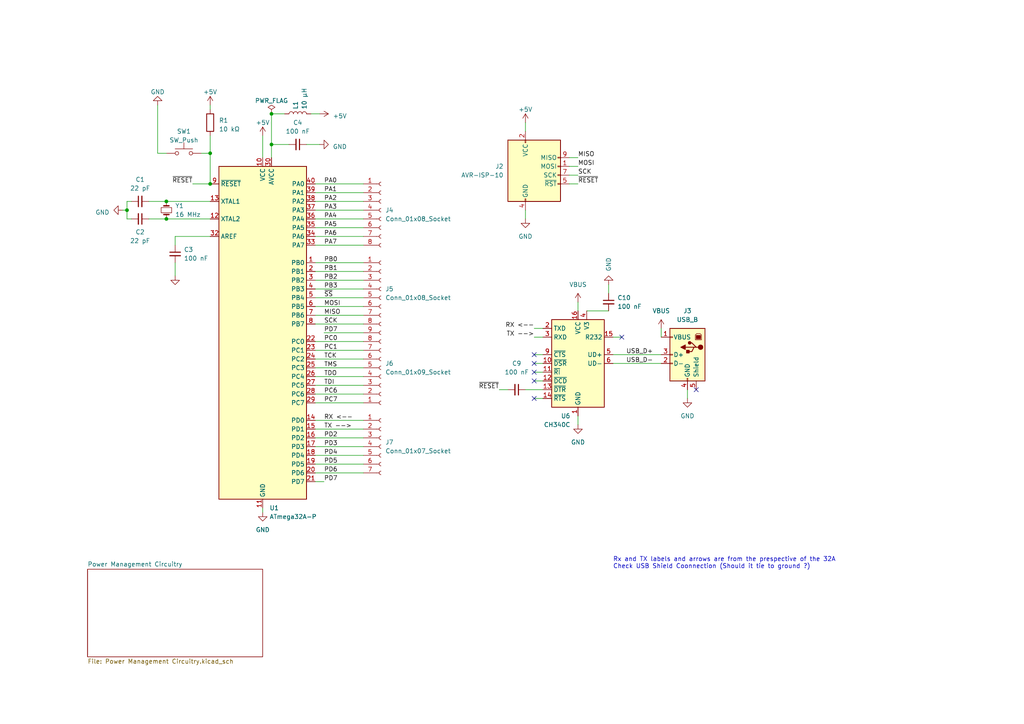
<source format=kicad_sch>
(kicad_sch (version 20230121) (generator eeschema)
  (paper "A4")
  (title_block (title "ATMEGA32A AVR Kit") (date "2023-10-28") (rev "C1") (company "Team Exotic") (comment 1 "Author: Morad Tamer"))
  (lib_symbols
    (symbol "Connector:AVR-ISP-10" (pin_names (offset 1.016))
      (property "Reference" "J" (at -6.35 11.43 0))
      (property "Value" "AVR-ISP-10" (at 0 11.43 0))
      (symbol "AVR-ISP-10_0_1"
        (rectangle (start -2.667 -6.858) (end -2.413 -7.62))
        (rectangle (start -2.667 10.16) (end -2.413 9.398))
        (rectangle (start 7.62 -2.413) (end 6.858 -2.667))
        (rectangle (start 7.62 0.127) (end 6.858 -0.127))
        (rectangle (start 7.62 2.667) (end 6.858 2.413))
        (rectangle (start 7.62 5.207) (end 6.858 4.953))
        (rectangle (start 7.62 10.16) (end -7.62 -7.62) (stroke (width 0.254)) (fill (type background)))
      )
      (symbol "AVR-ISP-10_1_1"
        (pin passive line (at 10.16 2.54 180) (length 2.54) (name "MOSI") (number "1"))
        (pin passive line (at -2.54 -10.16 90) (length 2.54) hide (name "GND") (number "10"))
        (pin passive line (at -2.54 12.7 270) (length 2.54) (name "VCC") (number "2"))
        (pin no_connect line (at 7.62 -5.08 180) (length 2.54) hide (name "NC") (number "3"))
        (pin passive line (at -2.54 -10.16 90) (length 2.54) (name "GND") (number "4"))
        (pin passive line (at 10.16 -2.54 180) (length 2.54) (name "~{RST}") (number "5"))
        (pin passive line (at -2.54 -10.16 90) (length 2.54) hide (name "GND") (number "6"))
        (pin passive line (at 10.16 0 180) (length 2.54) (name "SCK") (number "7"))
        (pin passive line (at -2.54 -10.16 90) (length 2.54) hide (name "GND") (number "8"))
        (pin passive line (at 10.16 5.08 180) (length 2.54) (name "MISO") (number "9"))
      )
    )
    (symbol "Connector:Conn_01x07_Socket" (pin_names (offset 1.016) hide)
      (property "Reference" "J" (at 0 10.16 0))
      (property "Value" "Conn_01x07_Socket" (at 0 -10.16 0))
      (symbol "Conn_01x07_Socket_1_1"
        (arc (start 0 -7.112) (mid -0.5058 -7.62) (end 0 -8.128) (stroke (width 0.1524)))
        (arc (start 0 -4.572) (mid -0.5058 -5.08) (end 0 -5.588) (stroke (width 0.1524)))
        (arc (start 0 -2.032) (mid -0.5058 -2.54) (end 0 -3.048) (stroke (width 0.1524)))
        (polyline (pts (xy -1.27 -7.62) (xy -0.508 -7.62)) (stroke (width 0.1524)))
        (polyline (pts (xy -1.27 -5.08) (xy -0.508 -5.08)) (stroke (width 0.1524)))
        (polyline (pts (xy -1.27 -2.54) (xy -0.508 -2.54)) (stroke (width 0.1524)))
        (polyline (pts (xy -1.27 0) (xy -0.508 0)) (stroke (width 0.1524)))
        (polyline (pts (xy -1.27 2.54) (xy -0.508 2.54)) (stroke (width 0.1524)))
        (polyline (pts (xy -1.27 5.08) (xy -0.508 5.08)) (stroke (width 0.1524)))
        (polyline (pts (xy -1.27 7.62) (xy -0.508 7.62)) (stroke (width 0.1524)))
        (arc (start 0 0.508) (mid -0.5058 0) (end 0 -0.508) (stroke (width 0.1524)))
        (arc (start 0 3.048) (mid -0.5058 2.54) (end 0 2.032) (stroke (width 0.1524)))
        (arc (start 0 5.588) (mid -0.5058 5.08) (end 0 4.572) (stroke (width 0.1524)))
        (arc (start 0 8.128) (mid -0.5058 7.62) (end 0 7.112) (stroke (width 0.1524)))
        (pin passive line (at -5.08 7.62 0) (length 3.81) (name "Pin_1") (number "1"))
        (pin passive line (at -5.08 5.08 0) (length 3.81) (name "Pin_2") (number "2"))
        (pin passive line (at -5.08 2.54 0) (length 3.81) (name "Pin_3") (number "3"))
        (pin passive line (at -5.08 0 0) (length 3.81) (name "Pin_4") (number "4"))
        (pin passive line (at -5.08 -2.54 0) (length 3.81) (name "Pin_5") (number "5"))
        (pin passive line (at -5.08 -5.08 0) (length 3.81) (name "Pin_6") (number "6"))
        (pin passive line (at -5.08 -7.62 0) (length 3.81) (name "Pin_7") (number "7"))
      )
    )
    (symbol "Connector:Conn_01x08_Socket" (pin_names (offset 1.016) hide)
      (property "Reference" "J" (at 0 10.16 0))
      (property "Value" "Conn_01x08_Socket" (at 0 -12.7 0))
      (symbol "Conn_01x08_Socket_1_1"
        (arc (start 0 -9.652) (mid -0.5058 -10.16) (end 0 -10.668) (stroke (width 0.1524)))
        (arc (start 0 -7.112) (mid -0.5058 -7.62) (end 0 -8.128) (stroke (width 0.1524)))
        (arc (start 0 -4.572) (mid -0.5058 -5.08) (end 0 -5.588) (stroke (width 0.1524)))
        (arc (start 0 -2.032) (mid -0.5058 -2.54) (end 0 -3.048) (stroke (width 0.1524)))
        (polyline (pts (xy -1.27 -10.16) (xy -0.508 -10.16)) (stroke (width 0.1524)))
        (polyline (pts (xy -1.27 -7.62) (xy -0.508 -7.62)) (stroke (width 0.1524)))
        (polyline (pts (xy -1.27 -5.08) (xy -0.508 -5.08)) (stroke (width 0.1524)))
        (polyline (pts (xy -1.27 -2.54) (xy -0.508 -2.54)) (stroke (width 0.1524)))
        (polyline (pts (xy -1.27 0) (xy -0.508 0)) (stroke (width 0.1524)))
        (polyline (pts (xy -1.27 2.54) (xy -0.508 2.54)) (stroke (width 0.1524)))
        (polyline (pts (xy -1.27 5.08) (xy -0.508 5.08)) (stroke (width 0.1524)))
        (polyline (pts (xy -1.27 7.62) (xy -0.508 7.62)) (stroke (width 0.1524)))
        (arc (start 0 0.508) (mid -0.5058 0) (end 0 -0.508) (stroke (width 0.1524)))
        (arc (start 0 3.048) (mid -0.5058 2.54) (end 0 2.032) (stroke (width 0.1524)))
        (arc (start 0 5.588) (mid -0.5058 5.08) (end 0 4.572) (stroke (width 0.1524)))
        (arc (start 0 8.128) (mid -0.5058 7.62) (end 0 7.112) (stroke (width 0.1524)))
        (pin passive line (at -5.08 7.62 0) (length 3.81) (name "Pin_1") (number "1"))
        (pin passive line (at -5.08 5.08 0) (length 3.81) (name "Pin_2") (number "2"))
        (pin passive line (at -5.08 2.54 0) (length 3.81) (name "Pin_3") (number "3"))
        (pin passive line (at -5.08 0 0) (length 3.81) (name "Pin_4") (number "4"))
        (pin passive line (at -5.08 -2.54 0) (length 3.81) (name "Pin_5") (number "5"))
        (pin passive line (at -5.08 -5.08 0) (length 3.81) (name "Pin_6") (number "6"))
        (pin passive line (at -5.08 -7.62 0) (length 3.81) (name "Pin_7") (number "7"))
        (pin passive line (at -5.08 -10.16 0) (length 3.81) (name "Pin_8") (number "8"))
      )
    )
    (symbol "Connector:Conn_01x09_Socket" (pin_names (offset 1.016) hide)
      (property "Reference" "J" (at 0 12.7 0))
      (property "Value" "Conn_01x09_Socket" (at 0 -12.7 0))
      (symbol "Conn_01x09_Socket_1_1"
        (arc (start 0 -9.652) (mid -0.5058 -10.16) (end 0 -10.668) (stroke (width 0.1524)))
        (arc (start 0 -7.112) (mid -0.5058 -7.62) (end 0 -8.128) (stroke (width 0.1524)))
        (arc (start 0 -4.572) (mid -0.5058 -5.08) (end 0 -5.588) (stroke (width 0.1524)))
        (arc (start 0 -2.032) (mid -0.5058 -2.54) (end 0 -3.048) (stroke (width 0.1524)))
        (polyline (pts (xy -1.27 -10.16) (xy -0.508 -10.16)) (stroke (width 0.1524)))
        (polyline (pts (xy -1.27 -7.62) (xy -0.508 -7.62)) (stroke (width 0.1524)))
        (polyline (pts (xy -1.27 -5.08) (xy -0.508 -5.08)) (stroke (width 0.1524)))
        (polyline (pts (xy -1.27 -2.54) (xy -0.508 -2.54)) (stroke (width 0.1524)))
        (polyline (pts (xy -1.27 0) (xy -0.508 0)) (stroke (width 0.1524)))
        (polyline (pts (xy -1.27 2.54) (xy -0.508 2.54)) (stroke (width 0.1524)))
        (polyline (pts (xy -1.27 5.08) (xy -0.508 5.08)) (stroke (width 0.1524)))
        (polyline (pts (xy -1.27 7.62) (xy -0.508 7.62)) (stroke (width 0.1524)))
        (polyline (pts (xy -1.27 10.16) (xy -0.508 10.16)) (stroke (width 0.1524)))
        (arc (start 0 0.508) (mid -0.5058 0) (end 0 -0.508) (stroke (width 0.1524)))
        (arc (start 0 3.048) (mid -0.5058 2.54) (end 0 2.032) (stroke (width 0.1524)))
        (arc (start 0 5.588) (mid -0.5058 5.08) (end 0 4.572) (stroke (width 0.1524)))
        (arc (start 0 8.128) (mid -0.5058 7.62) (end 0 7.112) (stroke (width 0.1524)))
        (arc (start 0 10.668) (mid -0.5058 10.16) (end 0 9.652) (stroke (width 0.1524)))
        (pin passive line (at -5.08 10.16 0) (length 3.81) (name "Pin_1") (number "1"))
        (pin passive line (at -5.08 7.62 0) (length 3.81) (name "Pin_2") (number "2"))
        (pin passive line (at -5.08 5.08 0) (length 3.81) (name "Pin_3") (number "3"))
        (pin passive line (at -5.08 2.54 0) (length 3.81) (name "Pin_4") (number "4"))
        (pin passive line (at -5.08 0 0) (length 3.81) (name "Pin_5") (number "5"))
        (pin passive line (at -5.08 -2.54 0) (length 3.81) (name "Pin_6") (number "6"))
        (pin passive line (at -5.08 -5.08 0) (length 3.81) (name "Pin_7") (number "7"))
        (pin passive line (at -5.08 -7.62 0) (length 3.81) (name "Pin_8") (number "8"))
        (pin passive line (at -5.08 -10.16 0) (length 3.81) (name "Pin_9") (number "9"))
      )
    )
    (symbol "Connector:USB_B" (pin_names (offset 1.016))
      (property "Reference" "J" (at -5.08 11.43 0))
      (property "Value" "USB_B" (at -5.08 8.89 0))
      (symbol "USB_B_0_1"
        (rectangle (start -5.08 -7.62) (end 5.08 7.62) (stroke (width 0.254)) (fill (type background)))
        (circle (center -3.81 2.159) (radius 0.635) (stroke (width 0.254)) (fill (type outline)))
        (rectangle (start -3.81 5.588) (end -2.54 4.572) (fill (type outline)))
        (circle (center -0.635 3.429) (radius 0.381) (stroke (width 0.254)) (fill (type outline)))
        (rectangle (start -0.127 -7.62) (end 0.127 -6.858))
        (polyline (pts (xy -1.905 2.159) (xy 0.635 2.159)) (stroke (width 0.254)))
        (polyline (pts (xy -3.175 2.159) (xy -2.54 2.159) (xy -1.27 3.429) (xy -0.635 3.429)) (stroke (width 0.254)))
        (polyline (pts (xy -2.54 2.159) (xy -1.905 2.159) (xy -1.27 0.889) (xy 0 0.889)) (stroke (width 0.254)))
        (polyline (pts (xy 0.635 2.794) (xy 0.635 1.524) (xy 1.905 2.159) (xy 0.635 2.794)) (stroke (width 0.254)) (fill (type outline)))
        (polyline (pts (xy -4.064 4.318) (xy -2.286 4.318) (xy -2.286 5.715) (xy -2.667 6.096) (xy -3.683 6.096) (xy -4.064 5.715) (xy -4.064 4.318)))
        (rectangle (start 0.254 1.27) (end -0.508 0.508) (stroke (width 0.254)) (fill (type outline)))
        (rectangle (start 5.08 -2.667) (end 4.318 -2.413))
        (rectangle (start 5.08 -0.127) (end 4.318 0.127))
        (rectangle (start 5.08 4.953) (end 4.318 5.207))
      )
      (symbol "USB_B_1_1"
        (pin power_out line (at 7.62 5.08 180) (length 2.54) (name "VBUS") (number "1"))
        (pin bidirectional line (at 7.62 -2.54 180) (length 2.54) (name "D-") (number "2"))
        (pin bidirectional line (at 7.62 0 180) (length 2.54) (name "D+") (number "3"))
        (pin power_out line (at 0 -10.16 90) (length 2.54) (name "GND") (number "4"))
        (pin passive line (at -2.54 -10.16 90) (length 2.54) (name "Shield") (number "5"))
      )
    )
    (symbol "Device:C_Small" (pin_numbers hide) (pin_names (offset 0.254) hide)
      (property "Reference" "C" (at 0.254 1.778 0))
      (property "Value" "C_Small" (at 0.254 -2.032 0))
      (symbol "C_Small_0_1"
        (polyline (pts (xy -1.524 -0.508) (xy 1.524 -0.508)) (stroke (width 0.3302)))
        (polyline (pts (xy -1.524 0.508) (xy 1.524 0.508)) (stroke (width 0.3048)))
      )
      (symbol "C_Small_1_1"
        (pin passive line (at 0 2.54 270) (length 2.032) (name "~") (number "1"))
        (pin passive line (at 0 -2.54 90) (length 2.032) (name "~") (number "2"))
      )
    )
    (symbol "Device:Crystal_Small" (pin_numbers hide) (pin_names (offset 1.016) hide)
      (property "Reference" "Y" (at 0 2.54 0))
      (property "Value" "Crystal_Small" (at 0 -2.54 0))
      (symbol "Crystal_Small_0_1"
        (rectangle (start -0.762 -1.524) (end 0.762 1.524))
        (polyline (pts (xy -1.27 -0.762) (xy -1.27 0.762)) (stroke (width 0.381)))
        (polyline (pts (xy 1.27 -0.762) (xy 1.27 0.762)) (stroke (width 0.381)))
      )
      (symbol "Crystal_Small_1_1"
        (pin passive line (at -2.54 0 0) (length 1.27) (name "1") (number "1"))
        (pin passive line (at 2.54 0 180) (length 1.27) (name "2") (number "2"))
      )
    )
    (symbol "Device:L" (pin_numbers hide) (pin_names (offset 1.016) hide)
      (property "Reference" "L" (at -1.27 0 90))
      (property "Value" "L" (at 1.905 0 90))
      (symbol "L_0_1"
        (arc (start 0 -2.54) (mid 0.6323 -1.905) (end 0 -1.27))
        (arc (start 0 -1.27) (mid 0.6323 -0.635) (end 0 0))
        (arc (start 0 0) (mid 0.6323 0.635) (end 0 1.27))
        (arc (start 0 1.27) (mid 0.6323 1.905) (end 0 2.54))
      )
      (symbol "L_1_1"
        (pin passive line (at 0 3.81 270) (length 1.27) (name "1") (number "1"))
        (pin passive line (at 0 -3.81 90) (length 1.27) (name "2") (number "2"))
      )
    )
    (symbol "Device:R" (pin_numbers hide) (pin_names (offset 0))
      (property "Reference" "R" (at 2.032 0 90))
      (property "Value" "R" (at 0 0 90))
      (symbol "R_0_1"
        (rectangle (start -1.016 -2.54) (end 1.016 2.54) (stroke (width 0.254)))
      )
      (symbol "R_1_1"
        (pin passive line (at 0 3.81 270) (length 1.27) (name "~") (number "1"))
        (pin passive line (at 0 -3.81 90) (length 1.27) (name "~") (number "2"))
      )
    )
    (symbol "Interface_USB:CH340C"
      (property "Reference" "U" (at -5.08 13.97 0))
      (property "Value" "CH340C" (at 1.27 13.97 0))
      (symbol "CH340C_0_1"
        (rectangle (start -7.62 12.7) (end 7.62 -12.7) (stroke (width 0.254)) (fill (type background)))
      )
      (symbol "CH340C_1_1"
        (pin power_in line (at 0 -15.24 90) (length 2.54) (name "GND") (number "1"))
        (pin input line (at 10.16 0 180) (length 2.54) (name "~{DSR}") (number "10"))
        (pin input line (at 10.16 -2.54 180) (length 2.54) (name "~{RI}") (number "11"))
        (pin input line (at 10.16 -5.08 180) (length 2.54) (name "~{DCD}") (number "12"))
        (pin output line (at 10.16 -7.62 180) (length 2.54) (name "~{DTR}") (number "13"))
        (pin output line (at 10.16 -10.16 180) (length 2.54) (name "~{RTS}") (number "14"))
        (pin input line (at -10.16 7.62 0) (length 2.54) (name "R232") (number "15"))
        (pin power_in line (at 0 15.24 270) (length 2.54) (name "VCC") (number "16"))
        (pin output line (at 10.16 10.16 180) (length 2.54) (name "TXD") (number "2"))
        (pin input line (at 10.16 7.62 180) (length 2.54) (name "RXD") (number "3"))
        (pin passive line (at -2.54 15.24 270) (length 2.54) (name "V3") (number "4"))
        (pin bidirectional line (at -10.16 2.54 0) (length 2.54) (name "UD+") (number "5"))
        (pin bidirectional line (at -10.16 0 0) (length 2.54) (name "UD-") (number "6"))
        (pin no_connect line (at -7.62 -7.62 0) (length 2.54) hide (name "NC") (number "7"))
        (pin no_connect line (at -7.62 -10.16 0) (length 2.54) hide (name "NC") (number "8"))
        (pin input line (at 10.16 2.54 180) (length 2.54) (name "~{CTS}") (number "9"))
      )
    )
    (symbol "MCU_Microchip_ATmega:ATmega32A-P"
      (property "Reference" "U" (at -12.7 49.53 0))
      (property "Value" "ATmega32A-P" (at 2.54 -49.53 0))
      (symbol "ATmega32A-P_0_1"
        (rectangle (start -12.7 -48.26) (end 12.7 48.26) (stroke (width 0.254)) (fill (type background)))
      )
      (symbol "ATmega32A-P_1_1"
        (pin bidirectional line (at 15.24 20.32 180) (length 2.54) (name "PB0") (number "1"))
        (pin power_in line (at 0 50.8 270) (length 2.54) (name "VCC") (number "10"))
        (pin power_in line (at 0 -50.8 90) (length 2.54) (name "GND") (number "11"))
        (pin output line (at -15.24 33.02 0) (length 2.54) (name "XTAL2") (number "12"))
        (pin input line (at -15.24 38.1 0) (length 2.54) (name "XTAL1") (number "13"))
        (pin bidirectional line (at 15.24 -25.4 180) (length 2.54) (name "PD0") (number "14"))
        (pin bidirectional line (at 15.24 -27.94 180) (length 2.54) (name "PD1") (number "15"))
        (pin bidirectional line (at 15.24 -30.48 180) (length 2.54) (name "PD2") (number "16"))
        (pin bidirectional line (at 15.24 -33.02 180) (length 2.54) (name "PD3") (number "17"))
        (pin bidirectional line (at 15.24 -35.56 180) (length 2.54) (name "PD4") (number "18"))
        (pin bidirectional line (at 15.24 -38.1 180) (length 2.54) (name "PD5") (number "19"))
        (pin bidirectional line (at 15.24 17.78 180) (length 2.54) (name "PB1") (number "2"))
        (pin bidirectional line (at 15.24 -40.64 180) (length 2.54) (name "PD6") (number "20"))
        (pin bidirectional line (at 15.24 -43.18 180) (length 2.54) (name "PD7") (number "21"))
        (pin bidirectional line (at 15.24 -2.54 180) (length 2.54) (name "PC0") (number "22"))
        (pin bidirectional line (at 15.24 -5.08 180) (length 2.54) (name "PC1") (number "23"))
        (pin bidirectional line (at 15.24 -7.62 180) (length 2.54) (name "PC2") (number "24"))
        (pin bidirectional line (at 15.24 -10.16 180) (length 2.54) (name "PC3") (number "25"))
        (pin bidirectional line (at 15.24 -12.7 180) (length 2.54) (name "PC4") (number "26"))
        (pin bidirectional line (at 15.24 -15.24 180) (length 2.54) (name "PC5") (number "27"))
        (pin bidirectional line (at 15.24 -17.78 180) (length 2.54) (name "PC6") (number "28"))
        (pin bidirectional line (at 15.24 -20.32 180) (length 2.54) (name "PC7") (number "29"))
        (pin bidirectional line (at 15.24 15.24 180) (length 2.54) (name "PB2") (number "3"))
        (pin power_in line (at 2.54 50.8 270) (length 2.54) (name "AVCC") (number "30"))
        (pin passive line (at 0 -50.8 90) (length 2.54) hide (name "GND") (number "31"))
        (pin passive line (at -15.24 27.94 0) (length 2.54) (name "AREF") (number "32"))
        (pin bidirectional line (at 15.24 25.4 180) (length 2.54) (name "PA7") (number "33"))
        (pin bidirectional line (at 15.24 27.94 180) (length 2.54) (name "PA6") (number "34"))
        (pin bidirectional line (at 15.24 30.48 180) (length 2.54) (name "PA5") (number "35"))
        (pin bidirectional line (at 15.24 33.02 180) (length 2.54) (name "PA4") (number "36"))
        (pin bidirectional line (at 15.24 35.56 180) (length 2.54) (name "PA3") (number "37"))
        (pin bidirectional line (at 15.24 38.1 180) (length 2.54) (name "PA2") (number "38"))
        (pin bidirectional line (at 15.24 40.64 180) (length 2.54) (name "PA1") (number "39"))
        (pin bidirectional line (at 15.24 12.7 180) (length 2.54) (name "PB3") (number "4"))
        (pin bidirectional line (at 15.24 43.18 180) (length 2.54) (name "PA0") (number "40"))
        (pin bidirectional line (at 15.24 10.16 180) (length 2.54) (name "PB4") (number "5"))
        (pin bidirectional line (at 15.24 7.62 180) (length 2.54) (name "PB5") (number "6"))
        (pin bidirectional line (at 15.24 5.08 180) (length 2.54) (name "PB6") (number "7"))
        (pin bidirectional line (at 15.24 2.54 180) (length 2.54) (name "PB7") (number "8"))
        (pin input line (at -15.24 43.18 0) (length 2.54) (name "~{RESET}") (number "9"))
      )
    )
    (symbol "Switch:SW_Push" (pin_numbers hide) (pin_names (offset 1.016) hide)
      (property "Reference" "SW" (at 1.27 2.54 0))
      (property "Value" "SW_Push" (at 0 -1.524 0))
      (symbol "SW_Push_0_1"
        (circle (center -2.032 0) (radius 0.508))
        (polyline (pts (xy 0 1.27) (xy 0 3.048)))
        (polyline (pts (xy 2.54 1.27) (xy -2.54 1.27)))
        (circle (center 2.032 0) (radius 0.508))
        (pin passive line (at -5.08 0 0) (length 2.54) (name "1") (number "1"))
        (pin passive line (at 5.08 0 180) (length 2.54) (name "2") (number "2"))
      )
    )
    (symbol "power:+5V" (power) (pin_names (offset 0))
      (property "Value" "+5V" (at 0 3.556 0))
      (symbol "+5V_0_1"
        (polyline (pts (xy -0.762 1.27) (xy 0 2.54)))
        (polyline (pts (xy 0 0) (xy 0 2.54)))
        (polyline (pts (xy 0 2.54) (xy 0.762 1.27)))
      )
      (symbol "+5V_1_1"
        (pin power_in line (at 0 0 90) (length 0) hide (name "+5V") (number "1"))
      )
    )
    (symbol "power:GND" (power) (pin_names (offset 0))
      (property "Value" "GND" (at 0 -3.81 0))
      (symbol "GND_0_1"
        (polyline (pts (xy 0 0) (xy 0 -1.27) (xy 1.27 -1.27) (xy 0 -2.54) (xy -1.27 -1.27) (xy 0 -1.27)))
      )
      (symbol "GND_1_1"
        (pin power_in line (at 0 0 270) (length 0) hide (name "GND") (number "1"))
      )
    )
    (symbol "power:PWR_FLAG" (power) (pin_numbers hide) (pin_names (offset 0) hide)
      (property "Value" "PWR_FLAG" (at 0 3.81 0))
      (symbol "PWR_FLAG_0_0"
        (pin power_out line (at 0 0 90) (length 0) (name "pwr") (number "1"))
      )
      (symbol "PWR_FLAG_0_1"
        (polyline (pts (xy 0 0) (xy 0 1.27) (xy -1.016 1.905) (xy 0 2.54) (xy 1.016 1.905) (xy 0 1.27)))
      )
    )
    (symbol "power:VBUS" (power) (pin_names (offset 0))
      (property "Value" "VBUS" (at 0 3.81 0))
      (symbol "VBUS_0_1"
        (polyline (pts (xy -0.762 1.27) (xy 0 2.54)))
        (polyline (pts (xy 0 0) (xy 0 2.54)))
        (polyline (pts (xy 0 2.54) (xy 0.762 1.27)))
      )
      (symbol "VBUS_1_1"
        (pin power_in line (at 0 0 90) (length 0) hide (name "VBUS") (number "1"))
      )
    )
  )
  (junction (at 48.26 58.42))
  (junction (at 60.96 44.45))
  (junction (at 78.74 41.91))
  (junction (at 78.74 33.02))
  (junction (at 48.26 63.5))
  (junction (at 60.96 53.34))
  (junction (at 36.83 60.96))
  (no_connect (at 154.94 107.95))
  (no_connect (at 154.94 115.57))
  (no_connect (at 154.94 105.41))
  (no_connect (at 201.93 113.03))
  (no_connect (at 154.94 110.49))
  (no_connect (at 180.34 97.79))
  (no_connect (at 154.94 102.87))
  (wire (pts (xy 176.53 90.17) (xy 170.18 90.17)))
  (wire (pts (xy 48.26 58.42) (xy 60.96 58.42)))
  (wire (pts (xy 91.44 124.46) (xy 105.41 124.46)))
  (wire (pts (xy 91.44 55.88) (xy 105.41 55.88)))
  (wire (pts (xy 165.1 53.34) (xy 167.64 53.34)))
  (wire (pts (xy 91.44 137.16) (xy 105.41 137.16)))
  (wire (pts (xy 91.44 132.08) (xy 105.41 132.08)))
  (wire (pts (xy 157.48 95.25) (xy 154.94 95.25)))
  (wire (pts (xy 91.44 78.74) (xy 105.41 78.74)))
  (wire (pts (xy 91.44 88.9) (xy 105.41 88.9)))
  (wire (pts (xy 36.83 60.96) (xy 36.83 63.5)))
  (wire (pts (xy 91.44 99.06) (xy 105.41 99.06)))
  (wire (pts (xy 91.44 129.54) (xy 105.41 129.54)))
  (wire (pts (xy 91.44 60.96) (xy 105.41 60.96)))
  (wire (pts (xy 60.96 39.37) (xy 60.96 44.45)))
  (wire (pts (xy 88.9 41.91) (xy 92.71 41.91)))
  (wire (pts (xy 91.44 127) (xy 105.41 127)))
  (wire (pts (xy 167.64 120.65) (xy 167.64 123.19)))
  (wire (pts (xy 91.44 53.34) (xy 105.41 53.34)))
  (wire (pts (xy 177.8 105.41) (xy 191.77 105.41)))
  (wire (pts (xy 91.44 111.76) (xy 105.41 111.76)))
  (wire (pts (xy 165.1 48.26) (xy 167.64 48.26)))
  (wire (pts (xy 154.94 107.95) (xy 157.48 107.95)))
  (wire (pts (xy 157.48 113.03) (xy 152.4 113.03)))
  (wire (pts (xy 105.41 96.52) (xy 93.98 96.52)))
  (wire (pts (xy 35.56 60.96) (xy 36.83 60.96)))
  (wire (pts (xy 36.83 60.96) (xy 36.83 58.42)))
  (wire (pts (xy 48.26 63.5) (xy 60.96 63.5)))
  (wire (pts (xy 152.4 35.56) (xy 152.4 38.1)))
  (wire (pts (xy 176.53 82.55) (xy 176.53 85.09)))
  (wire (pts (xy 45.72 30.48) (xy 45.72 44.45)))
  (wire (pts (xy 91.44 116.84) (xy 105.41 116.84)))
  (wire (pts (xy 76.2 147.32) (xy 76.2 148.59)))
  (wire (pts (xy 90.17 33.02) (xy 92.71 33.02)))
  (wire (pts (xy 91.44 71.12) (xy 105.41 71.12)))
  (wire (pts (xy 60.96 30.48) (xy 60.96 31.75)))
  (wire (pts (xy 50.8 76.2) (xy 50.8 80.01)))
  (wire (pts (xy 91.44 93.98) (xy 105.41 93.98)))
  (wire (pts (xy 91.44 66.04) (xy 105.41 66.04)))
  (wire (pts (xy 50.8 68.58) (xy 60.96 68.58)))
  (wire (pts (xy 199.39 113.03) (xy 199.39 115.57)))
  (wire (pts (xy 91.44 83.82) (xy 105.41 83.82)))
  (wire (pts (xy 55.88 53.34) (xy 60.96 53.34)))
  (wire (pts (xy 78.74 41.91) (xy 78.74 45.72)))
  (wire (pts (xy 60.96 44.45) (xy 60.96 53.34)))
  (wire (pts (xy 144.78 113.03) (xy 147.32 113.03)))
  (wire (pts (xy 36.83 63.5) (xy 38.1 63.5)))
  (wire (pts (xy 91.44 104.14) (xy 105.41 104.14)))
  (wire (pts (xy 91.44 121.92) (xy 105.41 121.92)))
  (wire (pts (xy 43.18 63.5) (xy 48.26 63.5)))
  (wire (pts (xy 58.42 44.45) (xy 60.96 44.45)))
  (wire (pts (xy 91.44 139.7) (xy 93.98 139.7)))
  (wire (pts (xy 180.34 97.79) (xy 177.8 97.79)))
  (wire (pts (xy 165.1 50.8) (xy 167.64 50.8)))
  (wire (pts (xy 154.94 115.57) (xy 157.48 115.57)))
  (wire (pts (xy 91.44 81.28) (xy 105.41 81.28)))
  (wire (pts (xy 82.55 33.02) (xy 78.74 33.02)))
  (wire (pts (xy 91.44 58.42) (xy 105.41 58.42)))
  (wire (pts (xy 45.72 44.45) (xy 48.26 44.45)))
  (wire (pts (xy 157.48 97.79) (xy 154.94 97.79)))
  (wire (pts (xy 91.44 106.68) (xy 105.41 106.68)))
  (wire (pts (xy 36.83 58.42) (xy 38.1 58.42)))
  (wire (pts (xy 91.44 114.3) (xy 105.41 114.3)))
  (wire (pts (xy 91.44 76.2) (xy 105.41 76.2)))
  (wire (pts (xy 165.1 45.72) (xy 167.64 45.72)))
  (wire (pts (xy 91.44 109.22) (xy 105.41 109.22)))
  (wire (pts (xy 78.74 33.02) (xy 78.74 41.91)))
  (wire (pts (xy 50.8 68.58) (xy 50.8 71.12)))
  (wire (pts (xy 91.44 86.36) (xy 105.41 86.36)))
  (wire (pts (xy 91.44 101.6) (xy 105.41 101.6)))
  (wire (pts (xy 152.4 60.96) (xy 152.4 63.5)))
  (wire (pts (xy 154.94 102.87) (xy 157.48 102.87)))
  (wire (pts (xy 154.94 105.41) (xy 157.48 105.41)))
  (wire (pts (xy 91.44 63.5) (xy 105.41 63.5)))
  (wire (pts (xy 177.8 102.87) (xy 191.77 102.87)))
  (wire (pts (xy 167.64 87.63) (xy 167.64 90.17)))
  (wire (pts (xy 78.74 41.91) (xy 83.82 41.91)))
  (wire (pts (xy 91.44 91.44) (xy 105.41 91.44)))
  (wire (pts (xy 91.44 134.62) (xy 105.41 134.62)))
  (wire (pts (xy 76.2 39.37) (xy 76.2 45.72)))
  (wire (pts (xy 43.18 58.42) (xy 48.26 58.42)))
  (wire (pts (xy 91.44 68.58) (xy 105.41 68.58)))
  (wire (pts (xy 191.77 95.25) (xy 191.77 97.79)))
  (wire (pts (xy 154.94 110.49) (xy 157.48 110.49)))
  (text "Rx and TX labels and arrows are from the prespective of the 32A\nCheck USB Shield Coonnection (Should it tie to ground ?)" (at 177.8 165.1 0) (effects (font (size 1.27 1.27)) (justify left bottom)))
  (label "~{SS}" (at 93.98 86.36 0))
  (label "~{RESET}" (at 167.64 53.34 0))
  (label "PB3" (at 93.98 83.82 0))
  (label "PA5" (at 93.98 66.04 0))
  (label "TX -->" (at 93.98 124.46 0))
  (label "PB2" (at 93.98 81.28 0))
  (label "PA2" (at 93.98 58.42 0))
  (label "TMS" (at 93.98 106.68 0))
  (label "PC6" (at 93.98 114.3 0))
  (label "PD7" (at 93.98 96.52 0))
  (label "PA1" (at 93.98 55.88 0))
  (label "PD2" (at 93.98 127 0))
  (label "PA3" (at 93.98 60.96 0))
  (label "SCK" (at 167.64 50.8 0))
  (label "MOSI" (at 167.64 48.26 0))
  (label "PD6" (at 93.98 137.16 0))
  (label "PA6" (at 93.98 68.58 0))
  (label "TCK" (at 93.98 104.14 0))
  (label "USB_D+" (at 181.61 102.87 0))
  (label "TDI" (at 93.98 111.76 0))
  (label "PB0" (at 93.98 76.2 0))
  (label "RX <--" (at 93.98 121.92 0))
  (label "PD7" (at 93.98 139.7 0))
  (label "USB_D-" (at 181.61 105.41 0))
  (label "PA0" (at 93.98 53.34 0))
  (label "PA7" (at 93.98 71.12 0))
  (label "PC7" (at 93.98 116.84 0))
  (label "PA4" (at 93.98 63.5 0))
  (label "TDO" (at 93.98 109.22 0))
  (label "MISO" (at 93.98 91.44 0))
  (label "MOSI" (at 93.98 88.9 0))
  (label "TX -->" (at 154.94 97.79 180))
  (label "MISO" (at 167.64 45.72 0))
  (label "SCK" (at 93.98 93.98 0))
  (label "PD3" (at 93.98 129.54 0))
  (label "PC1" (at 93.98 101.6 0))
  (label "PC0" (at 93.98 99.06 0))
  (label "PB1" (at 93.98 78.74 0))
  (label "~{RESET}" (at 55.88 53.34 180))
  (label "PD4" (at 93.98 132.08 0))
  (label "~{RESET}" (at 144.78 113.03 180))
  (label "RX <--" (at 154.94 95.25 180))
  (label "PD5" (at 93.98 134.62 0))
  (symbol (lib_id "power:+5V") (at 76.2 39.37 0) (unit 1)
    (property "Reference" "#PWR06" (effects hide))
    (property "Value" "+5V" (at 76.2 35.56 0))
  )
  (symbol (lib_id "Switch:SW_Push") (at 53.34 44.45 0) (unit 1)
    (property "Reference" "SW1" (at 53.34 38.1 0))
    (property "Value" "SW_Push" (at 53.34 40.64 0))
    (property "Footprint" "Button_Switch_THT:SW_PUSH_6mm_H4.3mm" (effects hide))
    (property "Local Seller" "https://makerselectronics.com/product/mini-push-button-4-pin-6x6x4-3mm" (effects hide))
  )
  (symbol (lib_id "MCU_Microchip_ATmega:ATmega32A-P") (at 76.2 96.52 0) (unit 1)
    (property "Reference" "U1" (at 78.1559 147.32 0) (effects (justify left)))
    (property "Value" "ATmega32A-P" (at 78.1559 149.86 0) (effects (justify left)))
    (property "Footprint" "M's Library:ZIF Socket 40 Circular Pads" (effects hide))
    (property "Datasheet" "http://ww1.microchip.com/downloads/en/DeviceDoc/atmel-8155-8-bit-microcontroller-avr-atmega32a_datasheet.pdf" (effects hide))
    (property "Local Seller" "https://ram-e-shop.com/product/universal-zif-socket-40-pin-free-size/" (effects hide))
  )
  (symbol (lib_id "Device:C_Small") (at 149.86 113.03 270) (mirror x) (unit 1)
    (property "Reference" "C9" (at 149.86 105.41 90))
    (property "Value" "100 nF" (at 149.86 107.95 90))
    (property "Footprint" "Capacitor_SMD:C_1206_3216Metric_Pad1.33x1.80mm_HandSolder" (effects hide))
    (property "Local Seller" "https://makerselectronics.com/product/multilayer-ceramic-capacitors-mlcc-smd-smt-50v-100nf-x7r-%c2%b110-1206" (effects hide))
  )
  (symbol (lib_id "Device:C_Small") (at 50.8 73.66 0) (unit 1)
    (property "Reference" "C3" (at 53.34 72.3963 0) (effects (justify left)))
    (property "Value" "100 nF" (at 53.34 74.9363 0) (effects (justify left)))
    (property "Footprint" "Capacitor_SMD:C_1206_3216Metric_Pad1.33x1.80mm_HandSolder" (effects hide))
    (property "Local Seller" "https://makerselectronics.com/product/multilayer-ceramic-capacitors-mlcc-smd-smt-50v-100nf-x7r-%c2%b110-1206" (effects hide))
  )
  (symbol (lib_id "power:GND") (at 92.71 41.91 90) (unit 1)
    (property "Reference" "#PWR09" (effects hide))
    (property "Value" "GND" (at 96.52 42.545 90) (effects (justify right)))
  )
  (symbol (lib_id "power:GND") (at 45.72 30.48 180) (unit 1)
    (property "Reference" "#PWR03" (effects hide))
    (property "Value" "GND" (at 45.72 26.67 0))
  )
  (symbol (lib_id "Interface_USB:CH340C") (at 167.64 105.41 0) (mirror y) (unit 1)
    (property "Reference" "U6" (at 165.4459 120.65 0) (effects (justify left)))
    (property "Value" "CH340C" (at 165.4459 123.19 0) (effects (justify left)))
    (property "Footprint" "Package_SO:SOIC-16_3.9x9.9mm_P1.27mm" (effects hide))
    (property "Datasheet" "https://datasheet.lcsc.com/szlcsc/Jiangsu-Qin-Heng-CH340C_C84681.pdf" (effects hide))
    (property "Local Seller" "https://makerselectronics.com/product/ch340c-smd-ic-transceiver-usb-2-0-2mbps-sop-16" (effects hide))
  )
  (symbol (lib_id "Device:Crystal_Small") (at 48.26 60.96 90) (unit 1)
    (property "Reference" "Y1" (at 50.8 59.69 90) (effects (justify right)))
    (property "Value" "16 MHz" (at 50.8 62.23 90) (effects (justify right)))
    (property "Footprint" "Crystal:Crystal_HC49-4H_Vertical" (effects hide))
    (property "Local Seller" "https://makerselectronics.com/product/smd-crystal-16mhz-49smd" (effects hide))
  )
  (symbol (lib_id "power:GND") (at 176.53 82.55 0) (mirror x) (unit 1)
    (property "Reference" "#PWR022" (effects hide))
    (property "Value" "GND" (at 176.53 78.74 90) (effects (justify right)))
  )
  (symbol (lib_id "Device:C_Small") (at 176.53 87.63 0) (mirror y) (unit 1)
    (property "Reference" "C10" (at 179.07 86.3663 0) (effects (justify right)))
    (property "Value" "100 nF" (at 179.07 88.9063 0) (effects (justify right)))
    (property "Footprint" "Capacitor_SMD:C_1206_3216Metric_Pad1.33x1.80mm_HandSolder" (effects hide))
    (property "Local Seller" "https://makerselectronics.com/product/multilayer-ceramic-capacitors-mlcc-smd-smt-50v-100nf-x7r-%c2%b110-1206" (effects hide))
  )
  (symbol (lib_id "power:GND") (at 152.4 63.5 0) (unit 1)
    (property "Reference" "#PWR016" (effects hide))
    (property "Value" "GND" (at 152.4 68.58 0))
  )
  (symbol (lib_id "Device:R") (at 60.96 35.56 0) (unit 1)
    (property "Reference" "R1" (at 63.5 34.925 0) (effects (justify left)))
    (property "Value" "10 kΩ" (at 63.5 37.465 0) (effects (justify left)))
    (property "Footprint" "Resistor_SMD:R_1206_3216Metric_Pad1.30x1.75mm_HandSolder" (effects hide))
    (property "Local Seller" "https://makerselectronics.com/product/chip-resistor-smd-10k%cf%89-%c2%b11-250mw-1206" (effects hide))
  )
  (symbol (lib_id "power:PWR_FLAG") (at 78.74 33.02 0) (unit 1)
    (property "Reference" "#FLG01" (effects hide))
    (property "Value" "PWR_FLAG" (at 78.74 29.21 0))
  )
  (symbol (lib_id "power:GND") (at 76.2 148.59 0) (unit 1)
    (property "Reference" "#PWR07" (effects hide))
    (property "Value" "GND" (at 76.2 153.67 0))
  )
  (symbol (lib_id "Device:C_Small") (at 40.64 58.42 90) (unit 1)
    (property "Reference" "C1" (at 40.6463 52.07 90))
    (property "Value" "22 pF" (at 40.6463 54.61 90))
    (property "Footprint" "Capacitor_SMD:C_1206_3216Metric_Pad1.33x1.80mm_HandSolder" (effects hide))
    (property "Local Seller" "https://makerselectronics.com/product/multilayer-ceramic-capacitors-mlcc-smd-smt-22pf-%c2%b15-50v-1206" (effects hide))
  )
  (symbol (lib_id "power:GND") (at 50.8 80.01 0) (unit 1)
    (property "Reference" "#PWR04" (effects hide))
    (property "Value" "GND" (effects hide))
  )
  (symbol (lib_id "power:+5V") (at 60.96 30.48 0) (unit 1)
    (property "Reference" "#PWR05" (effects hide))
    (property "Value" "+5V" (at 60.96 26.67 0))
  )
  (symbol (lib_id "Connector:Conn_01x08_Socket") (at 110.49 83.82 0) (unit 1)
    (property "Reference" "J5" (at 111.76 83.82 0) (effects (justify left)))
    (property "Value" "Conn_01x08_Socket" (at 111.76 86.36 0) (effects (justify left)))
    (property "Footprint" "Connector_PinSocket_2.54mm:PinSocket_1x08_P2.54mm_Vertical" (effects hide))
  )
  (symbol (lib_id "power:GND") (at 199.39 115.57 0) (mirror y) (unit 1)
    (property "Reference" "#PWR020" (effects hide))
    (property "Value" "GND" (at 199.39 120.65 0))
  )
  (symbol (lib_id "Device:C_Small") (at 40.64 63.5 270) (unit 1)
    (property "Reference" "C2" (at 40.6336 67.31 90))
    (property "Value" "22 pF" (at 40.6336 69.85 90))
    (property "Footprint" "Capacitor_SMD:C_1206_3216Metric_Pad1.33x1.80mm_HandSolder" (effects hide))
    (property "Local Seller" "https://makerselectronics.com/product/multilayer-ceramic-capacitors-mlcc-smd-smt-22pf-%c2%b15-50v-1206" (effects hide))
  )
  (symbol (lib_id "power:VBUS") (at 191.77 95.25 0) (unit 1)
    (property "Reference" "#PWR021" (effects hide))
    (property "Value" "VBUS" (at 191.77 90.17 0))
  )
  (symbol (lib_id "power:VBUS") (at 167.64 87.63 0) (unit 1)
    (property "Reference" "#PWR024" (effects hide))
    (property "Value" "VBUS" (at 167.64 82.55 0))
  )
  (symbol (lib_id "power:GND") (at 167.64 123.19 0) (mirror y) (unit 1)
    (property "Reference" "#PWR018" (effects hide))
    (property "Value" "GND" (at 167.64 128.27 0))
  )
  (symbol (lib_id "Connector:USB_B") (at 199.39 102.87 0) (mirror y) (unit 1)
    (property "Reference" "J3" (at 199.39 90.17 0))
    (property "Value" "USB_B" (at 199.39 92.71 0))
    (property "Footprint" "Connector_USB:USB_B_OST_USB-B1HSxx_Horizontal" (effects hide))
    (property "Datasheet" " ~" (effects hide))
    (property "Local Seller" "https://makerselectronics.com/product/usb-connector-on-pcb-b-type-female" (effects hide))
  )
  (symbol (lib_id "power:GND") (at 35.56 60.96 270) (unit 1)
    (property "Reference" "#PWR02" (effects hide))
    (property "Value" "GND" (at 31.75 61.595 90) (effects (justify right)))
  )
  (symbol (lib_id "Device:C_Small") (at 86.36 41.91 270) (mirror x) (unit 1)
    (property "Reference" "C4" (at 86.36 35.56 90))
    (property "Value" "100 nF" (at 86.36 38.1 90))
    (property "Footprint" "Capacitor_SMD:C_1206_3216Metric_Pad1.33x1.80mm_HandSolder" (effects hide))
    (property "Local Seller" "https://makerselectronics.com/product/multilayer-ceramic-capacitors-mlcc-smd-smt-50v-100nf-x7r-%c2%b110-1206" (effects hide))
  )
  (symbol (lib_id "Connector:Conn_01x09_Socket") (at 110.49 106.68 0) (mirror x) (unit 1)
    (property "Reference" "J6" (at 111.76 105.41 0) (effects (justify left)))
    (property "Value" "Conn_01x09_Socket" (at 111.76 107.95 0) (effects (justify left)))
    (property "Footprint" "Connector_PinSocket_2.54mm:PinSocket_1x09_P2.54mm_Vertical" (effects hide))
  )
  (symbol (lib_id "Connector:AVR-ISP-10") (at 154.94 50.8 0) (unit 1)
    (property "Reference" "J2" (at 146.05 48.26 0) (effects (justify right)))
    (property "Value" "AVR-ISP-10" (at 146.05 50.8 0) (effects (justify right)))
    (property "Footprint" "Connector_IDC:IDC-Header_2x05_P2.54mm_Vertical" (effects hide))
    (property "Datasheet" " ~" (effects hide))
    (property "Local Seller" "https://makerselectronics.com/product/idc-10-pin-mounting-male-plug-polarized-fc10-pcb" (effects hide))
  )
  (symbol (lib_id "Device:L") (at 86.36 33.02 90) (unit 1)
    (property "Reference" "L1" (at 85.725 31.75 0) (effects (justify left)))
    (property "Value" "10 µH" (at 88.265 31.75 0) (effects (justify left)))
    (property "Footprint" "Inductor_SMD:L_1206_3216Metric_Pad1.22x1.90mm_HandSolder" (effects hide))
    (property "Local Seller" "https://makerselectronics.com/product/smd-inductors-10uh-%c2%b110-15ma-1-1%cf%89-1206" (effects hide))
  )
  (symbol (lib_id "power:+5V") (at 92.71 33.02 270) (unit 1)
    (property "Reference" "#PWR08" (effects hide))
    (property "Value" "+5V" (at 96.52 33.655 90) (effects (justify left)))
  )
  (symbol (lib_id "Connector:Conn_01x08_Socket") (at 110.49 60.96 0) (unit 1)
    (property "Reference" "J4" (at 111.76 60.96 0) (effects (justify left)))
    (property "Value" "Conn_01x08_Socket" (at 111.76 63.5 0) (effects (justify left)))
    (property "Footprint" "Connector_PinSocket_2.54mm:PinSocket_1x08_P2.54mm_Vertical" (effects hide))
  )
  (symbol (lib_id "Connector:Conn_01x07_Socket") (at 110.49 129.54 0) (unit 1)
    (property "Reference" "J7" (at 111.76 128.27 0) (effects (justify left)))
    (property "Value" "Conn_01x07_Socket" (at 111.76 130.81 0) (effects (justify left)))
    (property "Footprint" "Connector_PinSocket_2.54mm:PinSocket_1x07_P2.54mm_Vertical" (effects hide))
  )
  (symbol (lib_id "power:+5V") (at 152.4 35.56 0) (unit 1)
    (property "Reference" "#PWR013" (effects hide))
    (property "Value" "+5V" (at 152.4 31.75 0))
  )
  (sheet (at 25.4 165.1) (size 50.8 25.4) (stroke (width 0.1524))
    (property "Sheetname" "Power Management Circuitry" (at 25.4 164.3884 0) (effects (justify left bottom)))
    (property "Sheetfile" "Power Management Circuitry.kicad_sch" (at 25.4 191.0846 0) (effects (justify left top)))
  )
)
</source>
